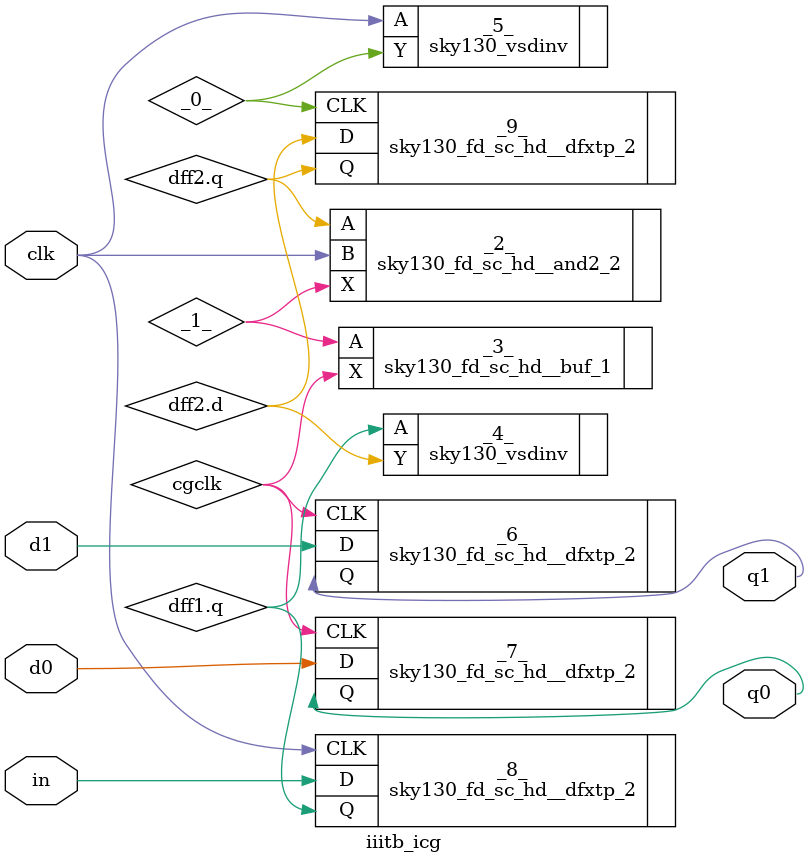
<source format=v>
/* Generated by Yosys 0.12+45 (git sha1 UNKNOWN, gcc 8.3.1 -fPIC -Os) */

module iiitb_icg(in, clk, d0, d1, q0, q1);
  wire _0_;
  wire _1_;
  wire cgclk;
  input clk;
  input d0;
  input d1;
  wire \dff1.q ;
  wire \dff2.d ;
  wire \dff2.q ;
  input in;
  output q0;
  output q1;
  sky130_fd_sc_hd__and2_2 _2_ (
    .A(\dff2.q ),
    .B(clk),
    .X(_1_)
  );
  sky130_fd_sc_hd__buf_1 _3_ (
    .A(_1_),
    .X(cgclk)
  );
  sky130_vsdinv _4_ (
    .A(\dff1.q ),
    .Y(\dff2.d )
  );
  sky130_vsdinv _5_ (
    .A(clk),
    .Y(_0_)
  );
  sky130_fd_sc_hd__dfxtp_2 _6_ (
    .CLK(cgclk),
    .D(d1),
    .Q(q1)
  );
  sky130_fd_sc_hd__dfxtp_2 _7_ (
    .CLK(cgclk),
    .D(d0),
    .Q(q0)
  );
  sky130_fd_sc_hd__dfxtp_2 _8_ (
    .CLK(clk),
    .D(in),
    .Q(\dff1.q )
  );
  sky130_fd_sc_hd__dfxtp_2 _9_ (
    .CLK(_0_),
    .D(\dff2.d ),
    .Q(\dff2.q )
  );
endmodule

</source>
